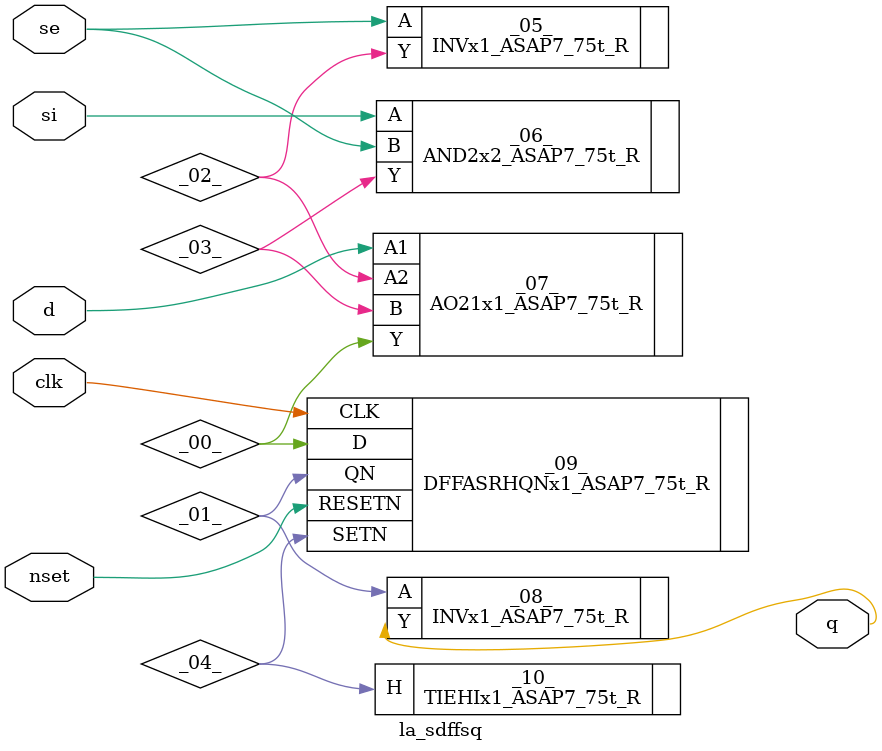
<source format=v>

/* Generated by Yosys 0.44 (git sha1 80ba43d26, g++ 11.4.0-1ubuntu1~22.04 -fPIC -O3) */

(* top =  1  *)
(* src = "inputs/la_sdffsq.v:11.1-26.10" *)
module la_sdffsq (
    d,
    si,
    se,
    clk,
    nset,
    q
);
  (* src = "inputs/la_sdffsq.v:22.5-24.31" *)
  wire _00_;
  wire _01_;
  wire _02_;
  wire _03_;
  wire _04_;
  (* src = "inputs/la_sdffsq.v:17.16-17.19" *)
  input clk;
  wire clk;
  (* src = "inputs/la_sdffsq.v:14.16-14.17" *)
  input d;
  wire d;
  (* src = "inputs/la_sdffsq.v:18.16-18.20" *)
  input nset;
  wire nset;
  (* src = "inputs/la_sdffsq.v:19.16-19.17" *)
  output q;
  wire q;
  (* src = "inputs/la_sdffsq.v:16.16-16.18" *)
  input se;
  wire se;
  (* src = "inputs/la_sdffsq.v:15.16-15.18" *)
  input si;
  wire si;
  INVx1_ASAP7_75t_R _05_ (
      .A(se),
      .Y(_02_)
  );
  AND2x2_ASAP7_75t_R _06_ (
      .A(si),
      .B(se),
      .Y(_03_)
  );
  AO21x1_ASAP7_75t_R _07_ (
      .A1(d),
      .A2(_02_),
      .B (_03_),
      .Y (_00_)
  );
  INVx1_ASAP7_75t_R _08_ (
      .A(_01_),
      .Y(q)
  );
  (* src = "inputs/la_sdffsq.v:22.5-24.31" *)
  DFFASRHQNx1_ASAP7_75t_R _09_ (
      .CLK(clk),
      .D(_00_),
      .QN(_01_),
      .RESETN(nset),
      .SETN(_04_)
  );
  TIEHIx1_ASAP7_75t_R _10_ (.H(_04_));
endmodule

</source>
